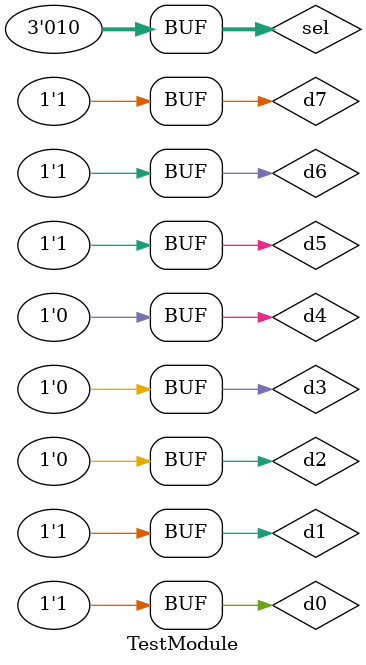
<source format=v>
`timescale 1ns / 1ps


module TestModule;
// Inputs
reg d0;
reg d1;
reg d2;
reg d3;
reg d4;
reg d5;
reg d6;
reg d7;
reg [2:0] sel;

// Outputs
wire out;

// Instantiate the Unit Under Test (UUT)
Mulitplexer uut (
.d0(d0), 
.d1(d1), 
.d2(d2), 
.d3(d3), 
.d4(d4), 
.d5(d5), 
.d6(d6), 
.d7(d7), 
.sel(sel), 
.out(out)
);

initial begin
// Initialize Inputs
d0 = 0;
d1 = 0;
d2 = 0;
d3 = 0;
d4 = 0;
d5 = 0;
d6 = 0;
d7 = 0;
sel = 0;

// Wait 100 ns for global reset to finish
#100;

d0 = 0;
d1 = 0;
d2 = 0;
d3 = 0;
d4 = 1;
d5 = 1;
d6 = 0;
d7 = 1;
sel = 5;

// Wait 100 ns for global reset to finish
#100;

d0 = 1;
d1 = 0;
d2 = 0;
d3 = 1;
d4 = 1;
d5 = 1;
d6 = 0;
d7 = 0;
sel = 3;

// Wait 100 ns for global reset to finish
#100;

d0 = 0;
d1 = 1;
d2 = 0;
d3 = 1;
d4 = 1;
d5 = 0;
d6 = 0;
d7 = 0;
sel = 6;

// Wait 100 ns for global reset to finish
#100;

d0 = 1;
d1 = 1;
d2 = 0;
d3 = 0;
d4 = 0;
d5 = 1;
d6 = 1;
d7 = 1;
sel = 2;

// Wait 100 ns for global reset to finish
#100;

// Add stimulus here
end
endmodule
</source>
